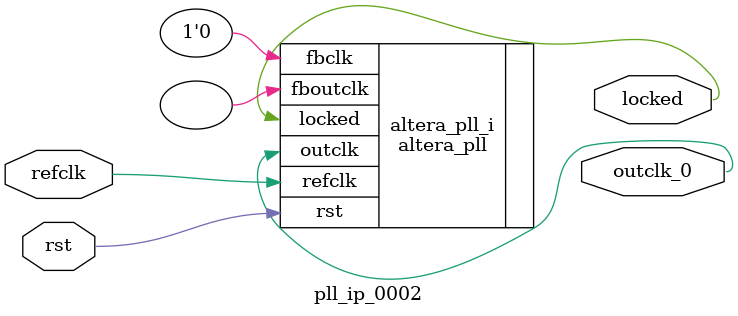
<source format=v>
`timescale 1ns/10ps
module  pll_ip_0002(

	// interface 'refclk'
	input wire refclk,

	// interface 'reset'
	input wire rst,

	// interface 'outclk0'
	output wire outclk_0,

	// interface 'locked'
	output wire locked
);

	altera_pll #(
		.fractional_vco_multiplier("false"),
		.reference_clock_frequency("50.0 MHz"),
		.operation_mode("normal"),
		.number_of_clocks(1),
		.output_clock_frequency0("100.000000 MHz"),
		.phase_shift0("0 ps"),
		.duty_cycle0(50),
		.output_clock_frequency1("0 MHz"),
		.phase_shift1("0 ps"),
		.duty_cycle1(50),
		.output_clock_frequency2("0 MHz"),
		.phase_shift2("0 ps"),
		.duty_cycle2(50),
		.output_clock_frequency3("0 MHz"),
		.phase_shift3("0 ps"),
		.duty_cycle3(50),
		.output_clock_frequency4("0 MHz"),
		.phase_shift4("0 ps"),
		.duty_cycle4(50),
		.output_clock_frequency5("0 MHz"),
		.phase_shift5("0 ps"),
		.duty_cycle5(50),
		.output_clock_frequency6("0 MHz"),
		.phase_shift6("0 ps"),
		.duty_cycle6(50),
		.output_clock_frequency7("0 MHz"),
		.phase_shift7("0 ps"),
		.duty_cycle7(50),
		.output_clock_frequency8("0 MHz"),
		.phase_shift8("0 ps"),
		.duty_cycle8(50),
		.output_clock_frequency9("0 MHz"),
		.phase_shift9("0 ps"),
		.duty_cycle9(50),
		.output_clock_frequency10("0 MHz"),
		.phase_shift10("0 ps"),
		.duty_cycle10(50),
		.output_clock_frequency11("0 MHz"),
		.phase_shift11("0 ps"),
		.duty_cycle11(50),
		.output_clock_frequency12("0 MHz"),
		.phase_shift12("0 ps"),
		.duty_cycle12(50),
		.output_clock_frequency13("0 MHz"),
		.phase_shift13("0 ps"),
		.duty_cycle13(50),
		.output_clock_frequency14("0 MHz"),
		.phase_shift14("0 ps"),
		.duty_cycle14(50),
		.output_clock_frequency15("0 MHz"),
		.phase_shift15("0 ps"),
		.duty_cycle15(50),
		.output_clock_frequency16("0 MHz"),
		.phase_shift16("0 ps"),
		.duty_cycle16(50),
		.output_clock_frequency17("0 MHz"),
		.phase_shift17("0 ps"),
		.duty_cycle17(50),
		.pll_type("General"),
		.pll_subtype("General")
	) altera_pll_i (
		.rst	(rst),
		.outclk	({outclk_0}),
		.locked	(locked),
		.fboutclk	( ),
		.fbclk	(1'b0),
		.refclk	(refclk)
	);
endmodule


</source>
